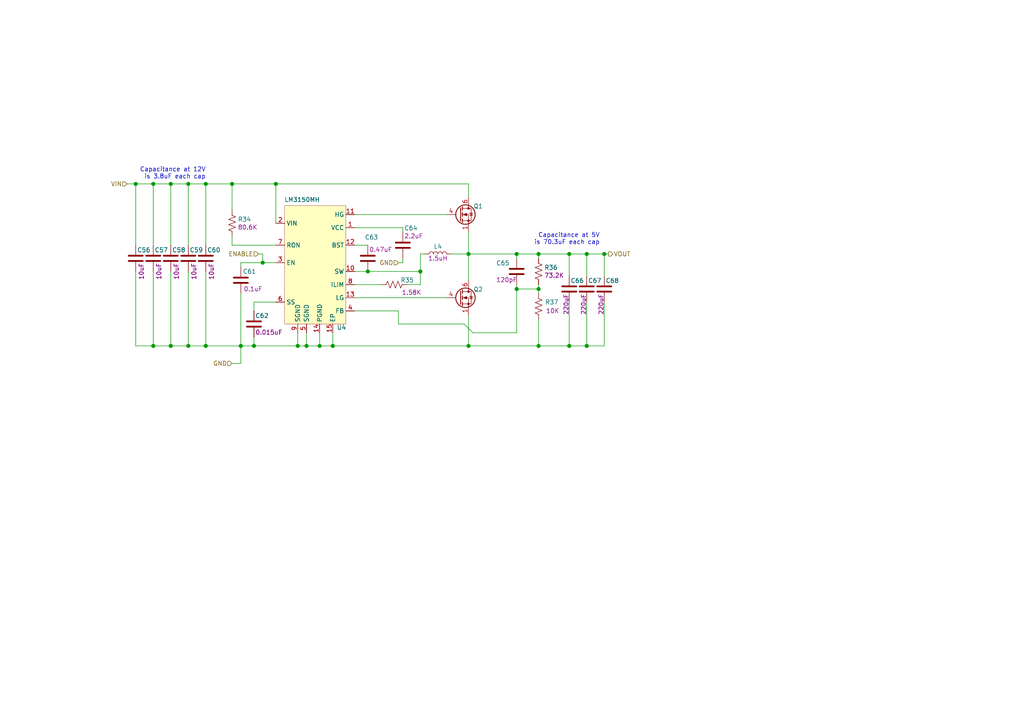
<source format=kicad_sch>
(kicad_sch (version 20210606) (generator eeschema)
  (paper "A4")
  (lib_symbols
    (symbol "Device:L" (pin_numbers hide) (pin_names (offset 1.016) hide)
      (property "Reference" "L" (at -1.27 0 90))
      (property "Value" "L" (at 1.905 0 90))
      (symbol "L_0_1"
        (arc (start 0 -2.54) (end 0 -1.27) (radius (at 0 -1.905) (length 0.635) (angles -89.9 89.9)))
        (arc (start 0 -1.27) (end 0 0) (radius (at 0 -0.635) (length 0.635) (angles -89.9 89.9)))
        (arc (start 0 0) (end 0 1.27) (radius (at 0 0.635) (length 0.635) (angles -89.9 89.9)))
        (arc (start 0 1.27) (end 0 2.54) (radius (at 0 1.905) (length 0.635) (angles -89.9 89.9)))
      )
      (symbol "L_1_1"
        (pin passive line (at 0 3.81 270) (length 1.27) (name "1") (number "1"))
        (pin passive line (at 0 -3.81 90) (length 1.27) (name "2") (number "2"))
      )
    )
    (symbol "mte_usb_hub:C0402C121J3GAC7867" (pin_numbers hide) (pin_names (offset 0.254))
      (property "Reference" "C" (at 0.635 2.54 0))
      (property "id" "120pF" (at -3.81 2.54 0))
      (symbol "C0402C121J3GAC7867_0_1"
        (polyline (pts (xy -2.032 -0.762) (xy 2.032 -0.762)) (stroke (width 0.508)))
        (polyline (pts (xy -2.032 0.762) (xy 2.032 0.762)) (stroke (width 0.508)))
      )
      (symbol "C0402C121J3GAC7867_1_1"
        (pin passive line (at 0 3.81 270) (length 2.794) (name "~") (number "1"))
        (pin passive line (at 0 -3.81 90) (length 2.794) (name "~") (number "2"))
      )
    )
    (symbol "mte_usb_hub:CC0402KRX5R7BB104" (pin_numbers hide) (pin_names (offset 0.254))
      (property "Reference" "C" (at 0.635 2.54 0))
      (property "id" "0.1uF" (at -3.81 2.54 0))
      (symbol "CC0402KRX5R7BB104_0_1"
        (polyline (pts (xy -2.032 -0.762) (xy 2.032 -0.762)) (stroke (width 0.508)))
        (polyline (pts (xy -2.032 0.762) (xy 2.032 0.762)) (stroke (width 0.508)))
      )
      (symbol "CC0402KRX5R7BB104_1_1"
        (pin passive line (at 0 3.81 270) (length 2.794) (name "~") (number "1"))
        (pin passive line (at 0 -3.81 90) (length 2.794) (name "~") (number "2"))
      )
    )
    (symbol "mte_usb_hub:CSD16342Q5A" (pin_names (offset 0) hide)
      (property "Reference" "Q" (at 2.54 1.905 0))
      (property "id" "CSD16342Q5A" (at -1.27 0 0))
      (symbol "CSD16342Q5A_0_0"
        (pin input line (at -6.35 0 0) (length 2.54) (name "G") (number "4"))
        (pin passive line (at 0 5.08 270) (length 2.54) hide (name "D") (number "5"))
        (pin passive line (at 0 5.08 270) (length 2.54) (name "D") (number "6"))
        (pin passive line (at 0 5.08 270) (length 2.54) hide (name "D") (number "7"))
        (pin passive line (at 0 5.08 270) (length 2.54) hide (name "D") (number "8"))
      )
      (symbol "CSD16342Q5A_0_1"
        (circle (center -0.889 0) (radius 2.8194) (stroke (width 0.254)))
        (circle (center 0 -1.778) (radius 0.2794) (fill (type outline)))
        (circle (center 0 1.778) (radius 0.2794) (fill (type outline)))
        (polyline (pts (xy -1.778 -1.778) (xy 0 -1.778)))
        (polyline (pts (xy -1.778 -1.27) (xy -1.778 -2.286)) (stroke (width 0.254)))
        (polyline (pts (xy -1.778 0) (xy 0 0)))
        (polyline (pts (xy -1.778 0.508) (xy -1.778 -0.508)) (stroke (width 0.254)))
        (polyline (pts (xy -1.778 1.778) (xy 0 1.778)))
        (polyline (pts (xy -1.778 2.286) (xy -1.778 1.27)) (stroke (width 0.254)))
        (polyline (pts (xy 0 -1.778) (xy 0 -2.54)))
        (polyline (pts (xy 0 -1.778) (xy 0 0)))
        (polyline (pts (xy 0 2.54) (xy 0 1.778)))
        (polyline (pts (xy -2.286 1.905) (xy -2.286 -1.905) (xy -2.286 -1.905)) (stroke (width 0.254)))
        (polyline (pts (xy 0 -1.778) (xy 0.762 -1.778) (xy 0.762 1.778) (xy 0 1.778)))
        (polyline (pts (xy 0.254 0.508) (xy 0.381 0.381) (xy 1.143 0.381) (xy 1.27 0.254)))
        (polyline (pts (xy 0.762 0.381) (xy 0.381 -0.254) (xy 1.143 -0.254) (xy 0.762 0.381)))
        (polyline (pts (xy -1.524 0) (xy -0.508 0.381) (xy -0.508 -0.381) (xy -1.524 0)) (fill (type outline)))
      )
      (symbol "CSD16342Q5A_1_1"
        (pin passive line (at 0 -5.08 90) (length 2.54) (name "S") (number "1"))
        (pin passive line (at 0 -5.08 90) (length 2.54) hide (name "S") (number "2"))
        (pin passive line (at 0 -5.08 90) (length 2.54) hide (name "S") (number "3"))
      )
    )
    (symbol "mte_usb_hub:CSD17577Q5AT" (pin_names (offset 0) hide)
      (property "Reference" "Q" (at 2.54 1.905 0))
      (property "id" "CSD17577Q5AT" (at -1.27 0 0))
      (symbol "CSD17577Q5AT_0_0"
        (pin input line (at -6.35 0 0) (length 2.54) (name "G") (number "4"))
        (pin passive line (at 0 5.08 270) (length 2.54) hide (name "D") (number "5"))
        (pin passive line (at 0 5.08 270) (length 2.54) (name "D") (number "6"))
        (pin passive line (at 0 5.08 270) (length 2.54) hide (name "D") (number "7"))
        (pin passive line (at 0 5.08 270) (length 2.54) hide (name "D") (number "8"))
      )
      (symbol "CSD17577Q5AT_0_1"
        (circle (center -0.889 0) (radius 2.8194) (stroke (width 0.254)))
        (circle (center 0 -1.778) (radius 0.2794) (fill (type outline)))
        (circle (center 0 1.778) (radius 0.2794) (fill (type outline)))
        (polyline (pts (xy -1.778 -1.778) (xy 0 -1.778)))
        (polyline (pts (xy -1.778 -1.27) (xy -1.778 -2.286)) (stroke (width 0.254)))
        (polyline (pts (xy -1.778 0) (xy 0 0)))
        (polyline (pts (xy -1.778 0.508) (xy -1.778 -0.508)) (stroke (width 0.254)))
        (polyline (pts (xy -1.778 1.778) (xy 0 1.778)))
        (polyline (pts (xy -1.778 2.286) (xy -1.778 1.27)) (stroke (width 0.254)))
        (polyline (pts (xy 0 -1.778) (xy 0 -2.54)))
        (polyline (pts (xy 0 -1.778) (xy 0 0)))
        (polyline (pts (xy 0 2.54) (xy 0 1.778)))
        (polyline (pts (xy -2.286 1.905) (xy -2.286 -1.905) (xy -2.286 -1.905)) (stroke (width 0.254)))
        (polyline (pts (xy 0 -1.778) (xy 0.762 -1.778) (xy 0.762 1.778) (xy 0 1.778)))
        (polyline (pts (xy 0.254 0.508) (xy 0.381 0.381) (xy 1.143 0.381) (xy 1.27 0.254)))
        (polyline (pts (xy 0.762 0.381) (xy 0.381 -0.254) (xy 1.143 -0.254) (xy 0.762 0.381)))
        (polyline (pts (xy -1.524 0) (xy -0.508 0.381) (xy -0.508 -0.381) (xy -1.524 0)) (fill (type outline)))
      )
      (symbol "CSD17577Q5AT_1_1"
        (pin passive line (at 0 -5.08 90) (length 2.54) (name "S") (number "1"))
        (pin passive line (at 0 -5.08 90) (length 2.54) hide (name "S") (number "2"))
        (pin passive line (at 0 -5.08 90) (length 2.54) hide (name "S") (number "3"))
      )
    )
    (symbol "mte_usb_hub:GRM31CR71E106KA12L" (pin_numbers hide) (pin_names (offset 0.254))
      (property "Reference" "C" (at 0.635 2.54 0))
      (property "id" "10uF" (at -3.81 2.54 0))
      (symbol "GRM31CR71E106KA12L_0_1"
        (polyline (pts (xy -2.032 -0.762) (xy 2.032 -0.762)) (stroke (width 0.508)))
        (polyline (pts (xy -2.032 0.762) (xy 2.032 0.762)) (stroke (width 0.508)))
      )
      (symbol "GRM31CR71E106KA12L_1_1"
        (pin passive line (at 0 3.81 270) (length 2.794) (name "~") (number "1"))
        (pin passive line (at 0 -3.81 90) (length 2.794) (name "~") (number "2"))
      )
    )
    (symbol "mte_usb_hub:GRM32ER60J227ME05L" (pin_numbers hide) (pin_names (offset 0.254))
      (property "Reference" "C" (at 0.635 2.54 0))
      (property "id" "220uF" (at -3.81 2.54 0))
      (symbol "GRM32ER60J227ME05L_0_1"
        (polyline (pts (xy -2.032 -0.762) (xy 2.032 -0.762)) (stroke (width 0.508)))
        (polyline (pts (xy -2.032 0.762) (xy 2.032 0.762)) (stroke (width 0.508)))
      )
      (symbol "GRM32ER60J227ME05L_1_1"
        (pin passive line (at 0 3.81 270) (length 2.794) (name "~") (number "1"))
        (pin passive line (at 0 -3.81 90) (length 2.794) (name "~") (number "2"))
      )
    )
    (symbol "mte_usb_hub:LM3150MH"
      (property "Reference" "U" (at 0 0 0))
      (property "Value" "LM3150MH" (at 0 0 0))
      (symbol "LM3150MH_0_0"
        (pin power_out line (at 11.43 -2.54 180) (length 2.54) (name "SW") (number "10"))
      )
      (symbol "LM3150MH_0_1"
        (rectangle (start -8.89 16.51) (end 8.89 -17.78) (stroke (width 0.001)) (fill (type background)))
      )
      (symbol "LM3150MH_1_1"
        (pin power_out line (at 11.43 10.16 180) (length 2.54) (name "VCC") (number "1"))
        (pin output line (at 11.43 13.97 180) (length 2.54) (name "HG") (number "11"))
        (pin output line (at 11.43 5.08 180) (length 2.54) (name "BST") (number "12"))
        (pin output line (at 11.43 -10.16 180) (length 2.54) (name "LG") (number "13"))
        (pin power_in line (at 1.27 -20.32 90) (length 2.54) (name "PGND") (number "14"))
        (pin power_in line (at 5.08 -20.32 90) (length 2.54) (name "EP") (number "15"))
        (pin power_in line (at -11.43 11.43 0) (length 2.54) (name "VIN") (number "2"))
        (pin input line (at -11.43 0 0) (length 2.54) (name "EN") (number "3"))
        (pin input line (at 11.43 -13.97 180) (length 2.54) (name "FB") (number "4"))
        (pin power_in line (at -2.54 -20.32 90) (length 2.54) (name "SGND") (number "5"))
        (pin input line (at -11.43 -11.43 0) (length 2.54) (name "SS") (number "6"))
        (pin input line (at -11.43 5.08 0) (length 2.54) (name "RON") (number "7"))
        (pin input line (at 11.43 -6.35 180) (length 2.54) (name "ILIM") (number "8"))
        (pin power_in line (at -5.08 -20.32 90) (length 2.54) (name "SGND") (number "9"))
      )
    )
    (symbol "mte_usb_hub:RC0402FR-071K58L" (pin_numbers hide) (pin_names (offset 0))
      (property "Reference" "R" (at 2.54 0 90))
      (property "id" "1.58K" (at -2.54 0 90))
      (symbol "RC0402FR-071K58L_0_1"
        (polyline (pts (xy 0 -2.286) (xy 0 -2.54)))
        (polyline (pts (xy 0 2.286) (xy 0 2.54)))
        (polyline (pts (xy 0 -0.762) (xy 1.016 -1.143) (xy 0 -1.524) (xy -1.016 -1.905) (xy 0 -2.286)))
        (polyline (pts (xy 0 0.762) (xy 1.016 0.381) (xy 0 0) (xy -1.016 -0.381) (xy 0 -0.762)))
        (polyline (pts (xy 0 2.286) (xy 1.016 1.905) (xy 0 1.524) (xy -1.016 1.143) (xy 0 0.762)))
      )
      (symbol "RC0402FR-071K58L_1_1"
        (pin passive line (at 0 3.81 270) (length 1.27) (name "~") (number "1"))
        (pin passive line (at 0 -3.81 90) (length 1.27) (name "~") (number "2"))
      )
    )
    (symbol "mte_usb_hub:RC0402FR-0773K2L" (pin_numbers hide) (pin_names (offset 0))
      (property "Reference" "R" (at 2.54 0 90))
      (property "id" "73.2K" (at -2.54 0 90))
      (symbol "RC0402FR-0773K2L_0_1"
        (polyline (pts (xy 0 -2.286) (xy 0 -2.54)))
        (polyline (pts (xy 0 2.286) (xy 0 2.54)))
        (polyline (pts (xy 0 -0.762) (xy 1.016 -1.143) (xy 0 -1.524) (xy -1.016 -1.905) (xy 0 -2.286)))
        (polyline (pts (xy 0 0.762) (xy 1.016 0.381) (xy 0 0) (xy -1.016 -0.381) (xy 0 -0.762)))
        (polyline (pts (xy 0 2.286) (xy 1.016 1.905) (xy 0 1.524) (xy -1.016 1.143) (xy 0 0.762)))
      )
      (symbol "RC0402FR-0773K2L_1_1"
        (pin passive line (at 0 3.81 270) (length 1.27) (name "~") (number "1"))
        (pin passive line (at 0 -3.81 90) (length 1.27) (name "~") (number "2"))
      )
    )
    (symbol "mte_usb_hub:RC0402FR-0780K6L" (pin_numbers hide) (pin_names (offset 0))
      (property "Reference" "R" (at 2.54 0 90))
      (property "id" "80.6K" (at -2.54 0 90))
      (symbol "RC0402FR-0780K6L_0_1"
        (polyline (pts (xy 0 -2.286) (xy 0 -2.54)))
        (polyline (pts (xy 0 2.286) (xy 0 2.54)))
        (polyline (pts (xy 0 -0.762) (xy 1.016 -1.143) (xy 0 -1.524) (xy -1.016 -1.905) (xy 0 -2.286)))
        (polyline (pts (xy 0 0.762) (xy 1.016 0.381) (xy 0 0) (xy -1.016 -0.381) (xy 0 -0.762)))
        (polyline (pts (xy 0 2.286) (xy 1.016 1.905) (xy 0 1.524) (xy -1.016 1.143) (xy 0 0.762)))
      )
      (symbol "RC0402FR-0780K6L_1_1"
        (pin passive line (at 0 3.81 270) (length 1.27) (name "~") (number "1"))
        (pin passive line (at 0 -3.81 90) (length 1.27) (name "~") (number "2"))
      )
    )
    (symbol "mte_usb_hub:RC0402JR-0710KL" (pin_numbers hide) (pin_names (offset 0))
      (property "Reference" "R" (at 2.54 0 90))
      (property "id" "10K" (at -2.54 0 90))
      (symbol "RC0402JR-0710KL_0_1"
        (polyline (pts (xy 0 -2.286) (xy 0 -2.54)))
        (polyline (pts (xy 0 2.286) (xy 0 2.54)))
        (polyline (pts (xy 0 -0.762) (xy 1.016 -1.143) (xy 0 -1.524) (xy -1.016 -1.905) (xy 0 -2.286)))
        (polyline (pts (xy 0 0.762) (xy 1.016 0.381) (xy 0 0) (xy -1.016 -0.381) (xy 0 -0.762)))
        (polyline (pts (xy 0 2.286) (xy 1.016 1.905) (xy 0 1.524) (xy -1.016 1.143) (xy 0 0.762)))
      )
      (symbol "RC0402JR-0710KL_1_1"
        (pin passive line (at 0 3.81 270) (length 1.27) (name "~") (number "1"))
        (pin passive line (at 0 -3.81 90) (length 1.27) (name "~") (number "2"))
      )
    )
    (symbol "mte_usb_hub:TMK105ABJ474KV-F" (pin_numbers hide) (pin_names (offset 0.254))
      (property "Reference" "C" (at 0.635 2.54 0))
      (property "id" "0.47uF" (at -3.81 2.54 0))
      (symbol "TMK105ABJ474KV-F_0_1"
        (polyline (pts (xy -2.032 -0.762) (xy 2.032 -0.762)) (stroke (width 0.508)))
        (polyline (pts (xy -2.032 0.762) (xy 2.032 0.762)) (stroke (width 0.508)))
      )
      (symbol "TMK105ABJ474KV-F_1_1"
        (pin passive line (at 0 3.81 270) (length 2.794) (name "~") (number "1"))
        (pin passive line (at 0 -3.81 90) (length 2.794) (name "~") (number "2"))
      )
    )
    (symbol "mte_usb_hub:TMK105BJ153KV-F" (pin_numbers hide) (pin_names (offset 0.254))
      (property "Reference" "C" (at 0.635 2.54 0))
      (property "id" "0.015uF" (at -3.81 2.54 0))
      (symbol "TMK105BJ153KV-F_0_1"
        (polyline (pts (xy -2.032 -0.762) (xy 2.032 -0.762)) (stroke (width 0.508)))
        (polyline (pts (xy -2.032 0.762) (xy 2.032 0.762)) (stroke (width 0.508)))
      )
      (symbol "TMK105BJ153KV-F_1_1"
        (pin passive line (at 0 3.81 270) (length 2.794) (name "~") (number "1"))
        (pin passive line (at 0 -3.81 90) (length 2.794) (name "~") (number "2"))
      )
    )
    (symbol "mte_usb_hub:TMK105CBJ225MV-F" (pin_numbers hide) (pin_names (offset 0.254))
      (property "Reference" "C" (at 0.635 2.54 0))
      (property "id" "2.2uF" (at -3.81 2.54 0))
      (symbol "TMK105CBJ225MV-F_0_1"
        (polyline (pts (xy -2.032 -0.762) (xy 2.032 -0.762)) (stroke (width 0.508)))
        (polyline (pts (xy -2.032 0.762) (xy 2.032 0.762)) (stroke (width 0.508)))
      )
      (symbol "TMK105CBJ225MV-F_1_1"
        (pin passive line (at 0 3.81 270) (length 2.794) (name "~") (number "1"))
        (pin passive line (at 0 -3.81 90) (length 2.794) (name "~") (number "2"))
      )
    )
  )
  (junction (at 39.37 53.34) (diameter 1.016))
  (junction (at 44.45 53.34) (diameter 1.016))
  (junction (at 44.45 100.33) (diameter 1.016))
  (junction (at 49.53 53.34) (diameter 1.016))
  (junction (at 49.53 100.33) (diameter 1.016))
  (junction (at 54.61 53.34) (diameter 1.016))
  (junction (at 54.61 100.33) (diameter 1.016))
  (junction (at 59.69 53.34) (diameter 1.016))
  (junction (at 59.69 100.33) (diameter 1.016))
  (junction (at 67.31 53.34) (diameter 1.016))
  (junction (at 69.85 100.33) (diameter 1.016))
  (junction (at 73.66 100.33) (diameter 1.016))
  (junction (at 76.2 76.2) (diameter 1.016))
  (junction (at 80.01 53.34) (diameter 1.016))
  (junction (at 86.36 100.33) (diameter 1.016))
  (junction (at 88.9 100.33) (diameter 1.016))
  (junction (at 92.71 100.33) (diameter 1.016))
  (junction (at 96.52 100.33) (diameter 1.016))
  (junction (at 106.68 78.74) (diameter 1.016))
  (junction (at 121.92 78.74) (diameter 1.016))
  (junction (at 135.89 73.66) (diameter 1.016))
  (junction (at 135.89 100.33) (diameter 1.016))
  (junction (at 149.86 73.66) (diameter 1.016))
  (junction (at 149.86 83.82) (diameter 1.016))
  (junction (at 156.21 73.66) (diameter 1.016))
  (junction (at 156.21 83.82) (diameter 1.016))
  (junction (at 156.21 100.33) (diameter 1.016))
  (junction (at 165.1 73.66) (diameter 1.016))
  (junction (at 165.1 100.33) (diameter 1.016))
  (junction (at 170.18 73.66) (diameter 1.016))
  (junction (at 170.18 100.33) (diameter 1.016))
  (junction (at 175.26 73.66) (diameter 1.016))
  (wire (pts (xy 36.83 53.34) (xy 39.37 53.34)))
  (wire (pts (xy 39.37 53.34) (xy 39.37 71.12)))
  (wire (pts (xy 39.37 53.34) (xy 44.45 53.34)))
  (wire (pts (xy 39.37 78.74) (xy 39.37 100.33)))
  (wire (pts (xy 39.37 100.33) (xy 44.45 100.33)))
  (wire (pts (xy 44.45 53.34) (xy 49.53 53.34)))
  (wire (pts (xy 44.45 71.12) (xy 44.45 53.34)))
  (wire (pts (xy 44.45 78.74) (xy 44.45 100.33)))
  (wire (pts (xy 44.45 100.33) (xy 49.53 100.33)))
  (wire (pts (xy 49.53 53.34) (xy 54.61 53.34)))
  (wire (pts (xy 49.53 71.12) (xy 49.53 53.34)))
  (wire (pts (xy 49.53 78.74) (xy 49.53 100.33)))
  (wire (pts (xy 49.53 100.33) (xy 54.61 100.33)))
  (wire (pts (xy 54.61 53.34) (xy 54.61 71.12)))
  (wire (pts (xy 54.61 78.74) (xy 54.61 100.33)))
  (wire (pts (xy 54.61 100.33) (xy 59.69 100.33)))
  (wire (pts (xy 59.69 53.34) (xy 54.61 53.34)))
  (wire (pts (xy 59.69 53.34) (xy 67.31 53.34)))
  (wire (pts (xy 59.69 71.12) (xy 59.69 53.34)))
  (wire (pts (xy 59.69 78.74) (xy 59.69 100.33)))
  (wire (pts (xy 59.69 100.33) (xy 69.85 100.33)))
  (wire (pts (xy 67.31 53.34) (xy 67.31 60.96)))
  (wire (pts (xy 67.31 68.58) (xy 67.31 71.12)))
  (wire (pts (xy 67.31 71.12) (xy 80.01 71.12)))
  (wire (pts (xy 67.31 105.41) (xy 69.85 105.41)))
  (wire (pts (xy 69.85 76.2) (xy 69.85 77.47)))
  (wire (pts (xy 69.85 76.2) (xy 76.2 76.2)))
  (wire (pts (xy 69.85 85.09) (xy 69.85 100.33)))
  (wire (pts (xy 69.85 100.33) (xy 73.66 100.33)))
  (wire (pts (xy 69.85 105.41) (xy 69.85 100.33)))
  (wire (pts (xy 73.66 87.63) (xy 80.01 87.63)))
  (wire (pts (xy 73.66 90.17) (xy 73.66 87.63)))
  (wire (pts (xy 73.66 97.79) (xy 73.66 100.33)))
  (wire (pts (xy 73.66 100.33) (xy 86.36 100.33)))
  (wire (pts (xy 74.93 73.66) (xy 76.2 73.66)))
  (wire (pts (xy 76.2 73.66) (xy 76.2 76.2)))
  (wire (pts (xy 76.2 76.2) (xy 80.01 76.2)))
  (wire (pts (xy 80.01 53.34) (xy 67.31 53.34)))
  (wire (pts (xy 80.01 53.34) (xy 135.89 53.34)))
  (wire (pts (xy 80.01 64.77) (xy 80.01 53.34)))
  (wire (pts (xy 86.36 96.52) (xy 86.36 100.33)))
  (wire (pts (xy 86.36 100.33) (xy 88.9 100.33)))
  (wire (pts (xy 88.9 100.33) (xy 88.9 96.52)))
  (wire (pts (xy 88.9 100.33) (xy 92.71 100.33)))
  (wire (pts (xy 92.71 96.52) (xy 92.71 100.33)))
  (wire (pts (xy 92.71 100.33) (xy 96.52 100.33)))
  (wire (pts (xy 96.52 96.52) (xy 96.52 100.33)))
  (wire (pts (xy 96.52 100.33) (xy 135.89 100.33)))
  (wire (pts (xy 102.87 62.23) (xy 129.54 62.23)))
  (wire (pts (xy 102.87 66.04) (xy 116.84 66.04)))
  (wire (pts (xy 102.87 71.12) (xy 106.68 71.12)))
  (wire (pts (xy 102.87 78.74) (xy 106.68 78.74)))
  (wire (pts (xy 102.87 82.55) (xy 110.49 82.55)))
  (wire (pts (xy 102.87 86.36) (xy 129.54 86.36)))
  (wire (pts (xy 102.87 90.17) (xy 115.57 90.17)))
  (wire (pts (xy 106.68 78.74) (xy 121.92 78.74)))
  (wire (pts (xy 115.57 76.2) (xy 116.84 76.2)))
  (wire (pts (xy 115.57 90.17) (xy 115.57 93.98)))
  (wire (pts (xy 115.57 93.98) (xy 134.62 93.98)))
  (wire (pts (xy 116.84 67.31) (xy 116.84 66.04)))
  (wire (pts (xy 116.84 76.2) (xy 116.84 74.93)))
  (wire (pts (xy 118.11 82.55) (xy 121.92 82.55)))
  (wire (pts (xy 121.92 73.66) (xy 123.19 73.66)))
  (wire (pts (xy 121.92 78.74) (xy 121.92 73.66)))
  (wire (pts (xy 121.92 82.55) (xy 121.92 78.74)))
  (wire (pts (xy 134.62 93.98) (xy 137.16 96.52)))
  (wire (pts (xy 135.89 57.15) (xy 135.89 53.34)))
  (wire (pts (xy 135.89 67.31) (xy 135.89 73.66)))
  (wire (pts (xy 135.89 73.66) (xy 130.81 73.66)))
  (wire (pts (xy 135.89 73.66) (xy 135.89 81.28)))
  (wire (pts (xy 135.89 91.44) (xy 135.89 100.33)))
  (wire (pts (xy 137.16 96.52) (xy 149.86 96.52)))
  (wire (pts (xy 149.86 73.66) (xy 135.89 73.66)))
  (wire (pts (xy 149.86 73.66) (xy 149.86 74.93)))
  (wire (pts (xy 149.86 82.55) (xy 149.86 83.82)))
  (wire (pts (xy 149.86 83.82) (xy 156.21 83.82)))
  (wire (pts (xy 149.86 96.52) (xy 149.86 83.82)))
  (wire (pts (xy 156.21 73.66) (xy 149.86 73.66)))
  (wire (pts (xy 156.21 74.93) (xy 156.21 73.66)))
  (wire (pts (xy 156.21 82.55) (xy 156.21 83.82)))
  (wire (pts (xy 156.21 83.82) (xy 156.21 85.09)))
  (wire (pts (xy 156.21 92.71) (xy 156.21 100.33)))
  (wire (pts (xy 156.21 100.33) (xy 135.89 100.33)))
  (wire (pts (xy 165.1 73.66) (xy 156.21 73.66)))
  (wire (pts (xy 165.1 80.01) (xy 165.1 73.66)))
  (wire (pts (xy 165.1 87.63) (xy 165.1 100.33)))
  (wire (pts (xy 165.1 100.33) (xy 156.21 100.33)))
  (wire (pts (xy 170.18 73.66) (xy 165.1 73.66)))
  (wire (pts (xy 170.18 73.66) (xy 175.26 73.66)))
  (wire (pts (xy 170.18 80.01) (xy 170.18 73.66)))
  (wire (pts (xy 170.18 87.63) (xy 170.18 100.33)))
  (wire (pts (xy 170.18 100.33) (xy 165.1 100.33)))
  (wire (pts (xy 170.18 100.33) (xy 175.26 100.33)))
  (wire (pts (xy 175.26 73.66) (xy 175.26 80.01)))
  (wire (pts (xy 175.26 73.66) (xy 176.53 73.66)))
  (wire (pts (xy 175.26 100.33) (xy 175.26 87.63)))
  (text "Capacitance at 12V\nis 3.8uF each cap" (at 59.69 52.07 180) (effects (font (size 1.27 1.27)) (justify right bottom)))
  (text "Capacitance at 5V\nis 70.3uF each cap" (at 173.99 71.12 180) (effects (font (size 1.27 1.27)) (justify right bottom)))
  (hierarchical_label "VIN" (shape input) (at 36.83 53.34 180))
  (hierarchical_label "GND" (shape input) (at 67.31 105.41 180))
  (hierarchical_label "ENABLE" (shape input) (at 74.93 73.66 180))
  (hierarchical_label "GND" (shape input) (at 115.57 76.2 180))
  (hierarchical_label "VOUT" (shape output) (at 176.53 73.66 0))
  (symbol (lib_id "Device:L") (at 127 73.66 90) (unit 1)
    (property "Reference" "L4" (at 127 71.4818 90))
    (property "Value" "SRP1270-1R5M" (effects hide))
    (property "Footprint" "mte_usb_footprints:INDM1350X1350X700L250X300N" (effects hide))
    (property "Datasheet" "~{}" (effects hide))
    (property "id" "1.5uH" (at 127 74.93 90))
  )
  (symbol (lib_id "mte_usb_hub:RC0402FR-0780K6L") (at 67.31 64.77 0) (unit 1)
    (property "Reference" "R34" (at 68.9611 63.6206 0) (effects (justify left)))
    (property "Value" "RC0402FR-0780K6L" (effects hide))
    (property "Footprint" "mte_usb_footprints:RESISTOR_0402N" (effects hide))
    (property "id" "80.6K" (at 68.9611 65.9193 0) (effects (justify left)))
    (property "manf" "Yageo" (effects hide))
  )
  (symbol (lib_id "mte_usb_hub:RC0402FR-071K58L") (at 114.3 82.55 90) (unit 1)
    (property "Reference" "R35" (at 118.11 81.2608 90))
    (property "Value" "RC0402FR-071K58L" (effects hide))
    (property "Footprint" "mte_usb_footprints:RESISTOR_0402N" (effects hide))
    (property "id" "1.58K" (at 119.38 84.8295 90))
    (property "manf" "Yageo" (effects hide))
  )
  (symbol (lib_id "mte_usb_hub:RC0402FR-0773K2L") (at 156.21 78.74 0) (unit 1)
    (property "Reference" "R36" (at 157.8611 77.5906 0) (effects (justify left)))
    (property "Value" "RC0402FR-0773K2L" (effects hide))
    (property "Footprint" "mte_usb_footprints:RESISTOR_0402N" (effects hide))
    (property "id" "73.2K" (at 157.8611 79.8893 0) (effects (justify left)))
    (property "manf" "Yageo" (effects hide))
  )
  (symbol (lib_id "mte_usb_hub:RC0402JR-0710KL") (at 156.21 88.9 0) (unit 1)
    (property "Reference" "R37" (at 160.0392 87.63 0))
    (property "Value" "RC0402JR-0710KL" (effects hide))
    (property "Footprint" "mte_usb_footprints:RESISTOR_0402N" (effects hide))
    (property "Datasheet" "${MTE_LIB_DIR}/datasheets/PYu-RC_Group_51_RoHS_L_11.pdf" (effects hide))
    (property "id" "10K" (at 160.2805 90.17 0))
    (property "manf" "Yageo" (effects hide))
  )
  (symbol (lib_id "mte_usb_hub:GRM31CR71E106KA12L") (at 39.37 74.93 0) (unit 1)
    (property "Reference" "C56" (at 39.7511 72.5106 0) (effects (justify left)))
    (property "Value" "GRM31CR71E106KA12L" (effects hide))
    (property "Footprint" "mte_usb_footprints:CAPACITOR_1206N" (effects hide))
    (property "id" "10uF" (at 41.0211 81.1593 90) (effects (justify left)))
    (property "manf" "Murata Electronics" (effects hide))
  )
  (symbol (lib_id "mte_usb_hub:GRM31CR71E106KA12L") (at 44.45 74.93 0) (unit 1)
    (property "Reference" "C57" (at 44.8311 72.5106 0) (effects (justify left)))
    (property "Value" "GRM31CR71E106KA12L" (effects hide))
    (property "Footprint" "mte_usb_footprints:CAPACITOR_1206N" (effects hide))
    (property "id" "10uF" (at 46.1011 81.1593 90) (effects (justify left)))
    (property "manf" "Murata Electronics" (effects hide))
  )
  (symbol (lib_id "mte_usb_hub:GRM31CR71E106KA12L") (at 49.53 74.93 0) (unit 1)
    (property "Reference" "C58" (at 49.9111 72.5106 0) (effects (justify left)))
    (property "Value" "GRM31CR71E106KA12L" (effects hide))
    (property "Footprint" "mte_usb_footprints:CAPACITOR_1206N" (effects hide))
    (property "id" "10uF" (at 51.1811 81.1593 90) (effects (justify left)))
    (property "manf" "Murata Electronics" (effects hide))
  )
  (symbol (lib_id "mte_usb_hub:GRM31CR71E106KA12L") (at 54.61 74.93 0) (unit 1)
    (property "Reference" "C59" (at 54.9911 72.5106 0) (effects (justify left)))
    (property "Value" "GRM31CR71E106KA12L" (effects hide))
    (property "Footprint" "mte_usb_footprints:CAPACITOR_1206N" (effects hide))
    (property "id" "10uF" (at 56.2611 81.1593 90) (effects (justify left)))
    (property "manf" "Murata Electronics" (effects hide))
  )
  (symbol (lib_id "mte_usb_hub:GRM31CR71E106KA12L") (at 59.69 74.93 0) (unit 1)
    (property "Reference" "C60" (at 60.0711 72.5106 0) (effects (justify left)))
    (property "Value" "GRM31CR71E106KA12L" (effects hide))
    (property "Footprint" "mte_usb_footprints:CAPACITOR_1206N" (effects hide))
    (property "id" "10uF" (at 61.3411 81.1593 90) (effects (justify left)))
    (property "manf" "Murata Electronics" (effects hide))
  )
  (symbol (lib_id "mte_usb_hub:CC0402KRX5R7BB104") (at 69.85 81.28 180) (unit 1)
    (property "Reference" "C61" (at 72.3708 78.74 0))
    (property "Value" "CC0402KRX5R7BB104" (effects hide))
    (property "Footprint" "mte_usb_footprints:CAPACITOR_0402N" (effects hide))
    (property "Datasheet" "${MTE_LIB_DIR}/datasheets/UPY-GP_NP0_16V-to-50V_18.pdf" (effects hide))
    (property "id" "0.1uF" (at 73.3995 83.82 0))
  )
  (symbol (lib_id "mte_usb_hub:TMK105BJ153KV-F") (at 73.66 93.98 0) (unit 1)
    (property "Reference" "C62" (at 74.0411 91.5606 0) (effects (justify left)))
    (property "Value" "TMK105BJ153KV-F" (effects hide))
    (property "Footprint" "mte_usb_footprints:CAPACITOR_0402N" (effects hide))
    (property "id" "0.015uF" (at 74.0411 96.3993 0) (effects (justify left)))
    (property "manf" "Taiyo Yuden" (effects hide))
  )
  (symbol (lib_id "mte_usb_hub:TMK105ABJ474KV-F") (at 106.68 74.93 0) (unit 1)
    (property "Reference" "C63" (at 105.7911 68.8213 0) (effects (justify left)))
    (property "Value" "TMK105ABJ474KV-F" (effects hide))
    (property "Footprint" "mte_usb_footprints:CAPACITOR_0402N" (effects hide))
    (property "id" "0.47uF" (at 107.0611 72.39 0) (effects (justify left)))
    (property "manf" "Taiyo Yuden" (effects hide))
  )
  (symbol (lib_id "mte_usb_hub:TMK105CBJ225MV-F") (at 116.84 71.12 0) (unit 1)
    (property "Reference" "C64" (at 117.2211 66.1606 0) (effects (justify left)))
    (property "Value" "TMK105CBJ225MV-F" (effects hide))
    (property "Footprint" "mte_usb_footprints:CAPACITOR_0402N" (effects hide))
    (property "Datasheet" "${MTE_LIB_DIR}/datasheets/TMK105CBJ225MV-F _RS.pdf" (effects hide))
    (property "id" "2.2uF" (at 117.2211 68.4593 0) (effects (justify left)))
  )
  (symbol (lib_id "mte_usb_hub:C0402C121J3GAC7867") (at 149.86 78.74 0) (unit 1)
    (property "Reference" "C65" (at 143.8911 76.3206 0) (effects (justify left)))
    (property "Value" "C0402C121J3GAC7867" (effects hide))
    (property "Footprint" "mte_usb_footprints:CAPACITOR_0402N" (effects hide))
    (property "id" "120pF" (at 143.8911 81.1593 0) (effects (justify left)))
    (property "manf" "KEMET" (effects hide))
  )
  (symbol (lib_id "mte_usb_hub:GRM32ER60J227ME05L") (at 165.1 83.82 0) (unit 1)
    (property "Reference" "C66" (at 165.4811 81.4006 0) (effects (justify left)))
    (property "Value" "GRM32ER60J227ME05L" (effects hide))
    (property "Footprint" "mte_usb_footprints:CAPACITOR_1210N" (effects hide))
    (property "id" "220uF" (at 164.2111 91.3193 90) (effects (justify left)))
    (property "manf" "Murata Electronics" (effects hide))
  )
  (symbol (lib_id "mte_usb_hub:GRM32ER60J227ME05L") (at 170.18 83.82 0) (unit 1)
    (property "Reference" "C67" (at 170.5611 81.4006 0) (effects (justify left)))
    (property "Value" "GRM32ER60J227ME05L" (effects hide))
    (property "Footprint" "mte_usb_footprints:CAPACITOR_1210N" (effects hide))
    (property "id" "220uF" (at 169.2911 91.3193 90) (effects (justify left)))
    (property "manf" "Murata Electronics" (effects hide))
  )
  (symbol (lib_id "mte_usb_hub:GRM32ER60J227ME05L") (at 175.26 83.82 0) (unit 1)
    (property "Reference" "C68" (at 175.6411 81.4006 0) (effects (justify left)))
    (property "Value" "GRM32ER60J227ME05L" (effects hide))
    (property "Footprint" "mte_usb_footprints:CAPACITOR_1210N" (effects hide))
    (property "id" "220uF" (at 174.3711 91.3193 90) (effects (justify left)))
    (property "manf" "Murata Electronics" (effects hide))
  )
  (symbol (lib_id "mte_usb_hub:CSD16342Q5A") (at 135.89 62.23 0) (unit 1)
    (property "Reference" "Q1" (at 137.3125 59.8106 0) (effects (justify left)))
    (property "Value" "CSD16342Q5A" (effects hide))
    (property "Footprint" "mte_usb_footprints:CSD16342Q5A" (effects hide))
    (property "id" "CSD16342Q5A" (effects hide))
    (property "manf" "Texas Instruments" (effects hide))
  )
  (symbol (lib_id "mte_usb_hub:CSD17577Q5AT") (at 135.89 86.36 0) (unit 1)
    (property "Reference" "Q2" (at 137.3125 83.9406 0) (effects (justify left)))
    (property "Value" "CSD17577Q5AT" (effects hide))
    (property "Footprint" "mte_usb_footprints:CSD16342Q5A" (effects hide))
    (property "id" "CSD17577Q5AT" (effects hide))
    (property "manf" "Texas Instruments" (effects hide))
  )
  (symbol (lib_id "mte_usb_hub:LM3150MH") (at 91.44 76.2 0) (unit 1)
    (property "Reference" "U4" (at 99.06 94.9763 0))
    (property "Value" "LM3150MH" (at 87.63 57.905 0))
    (property "Footprint" "mte_usb_footprints:SOP15P65_500X640X110L60X24T310X300N" (effects hide))
  )
)
</source>
